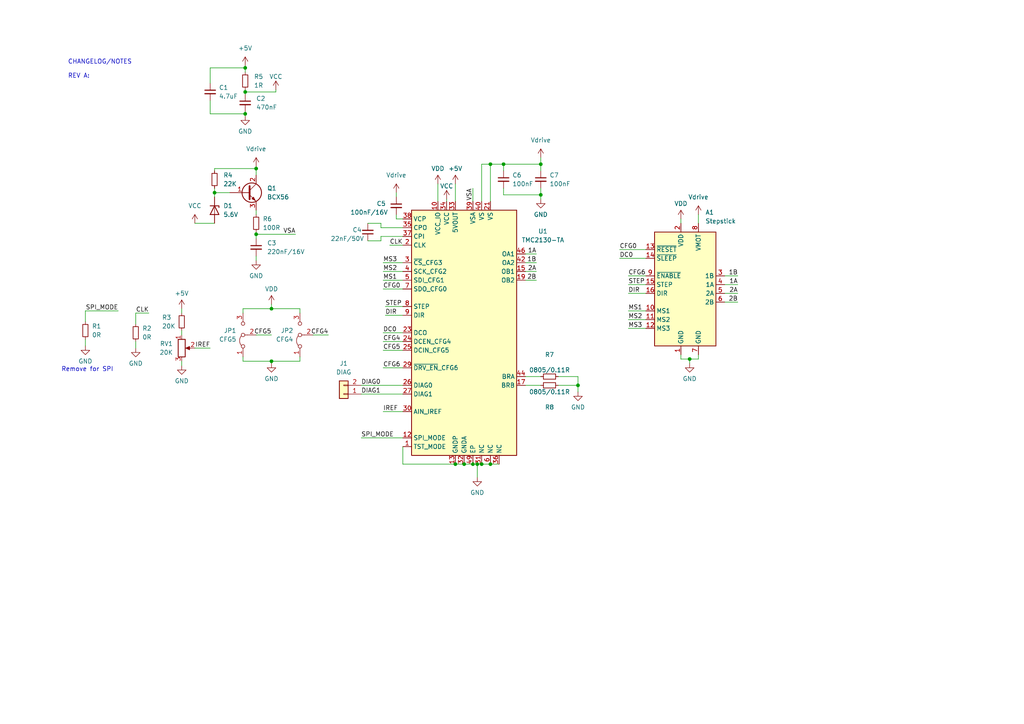
<source format=kicad_sch>
(kicad_sch (version 20211123) (generator eeschema)
  (paper "A4")
  (title_block (title "Main"))
  (lib_symbols
    (symbol "Connector_Generic:Conn_01x02" (pin_names (offset 1.016) hide)
      (property "Reference" "J" (at 0 2.54 0))
      (property "Value" "Conn_01x02" (at 0 -5.08 0))
      (symbol "Conn_01x02_1_1"
        (rectangle (start -1.27 -2.413) (end 0 -2.667) (stroke (width 0.1524)))
        (rectangle (start -1.27 0.127) (end 0 -0.127) (stroke (width 0.1524)))
        (rectangle (start -1.27 1.27) (end 1.27 -3.81) (stroke (width 0.254)) (fill (type background)))
        (pin passive line (at -5.08 0 0) (length 3.81) (name "Pin_1") (number "1"))
        (pin passive line (at -5.08 -2.54 0) (length 3.81) (name "Pin_2") (number "2"))
      )
    )
    (symbol "Device:C_Small" (pin_numbers hide) (pin_names (offset 0.254) hide)
      (property "Reference" "C" (at 0.254 1.778 0))
      (property "Value" "C_Small" (at 0.254 -2.032 0))
      (symbol "C_Small_0_1"
        (polyline (pts (xy -1.524 -0.508) (xy 1.524 -0.508)) (stroke (width 0.3302)))
        (polyline (pts (xy -1.524 0.508) (xy 1.524 0.508)) (stroke (width 0.3048)))
      )
      (symbol "C_Small_1_1"
        (pin passive line (at 0 2.54 270) (length 2.032) (name "~") (number "1"))
        (pin passive line (at 0 -2.54 90) (length 2.032) (name "~") (number "2"))
      )
    )
    (symbol "Device:D_Zener" (pin_numbers hide) (pin_names (offset 1.016) hide)
      (property "Reference" "D" (at 0 2.54 0))
      (property "Value" "D_Zener" (at 0 -2.54 0))
      (symbol "D_Zener_0_1"
        (polyline (pts (xy 1.27 0) (xy -1.27 0)))
        (polyline (pts (xy -1.27 -1.27) (xy -1.27 1.27) (xy -0.762 1.27)) (stroke (width 0.254)))
        (polyline (pts (xy 1.27 -1.27) (xy 1.27 1.27) (xy -1.27 0) (xy 1.27 -1.27)) (stroke (width 0.254)))
      )
      (symbol "D_Zener_1_1"
        (pin passive line (at -3.81 0 0) (length 2.54) (name "K") (number "1"))
        (pin passive line (at 3.81 0 180) (length 2.54) (name "A") (number "2"))
      )
    )
    (symbol "Device:R_Potentiometer" (pin_names (offset 1.016) hide)
      (property "Reference" "RV" (at -4.445 0 90))
      (property "Value" "R_Potentiometer" (at -2.54 0 90))
      (symbol "R_Potentiometer_0_1"
        (polyline (pts (xy 2.54 0) (xy 1.524 0)))
        (polyline (pts (xy 1.143 0) (xy 2.286 0.508) (xy 2.286 -0.508) (xy 1.143 0)) (fill (type outline)))
        (rectangle (start 1.016 2.54) (end -1.016 -2.54) (stroke (width 0.254)))
      )
      (symbol "R_Potentiometer_1_1"
        (pin passive line (at 0 3.81 270) (length 1.27) (name "1") (number "1"))
        (pin passive line (at 3.81 0 180) (length 1.27) (name "2") (number "2"))
        (pin passive line (at 0 -3.81 90) (length 1.27) (name "3") (number "3"))
      )
    )
    (symbol "Device:R_Small" (pin_numbers hide) (pin_names (offset 0.254) hide)
      (property "Reference" "R" (at 0.762 0.508 0))
      (property "Value" "R_Small" (at 0.762 -1.016 0))
      (symbol "R_Small_0_1"
        (rectangle (start -0.762 1.778) (end 0.762 -1.778) (stroke (width 0.2032)))
      )
      (symbol "R_Small_1_1"
        (pin passive line (at 0 2.54 270) (length 0.762) (name "~") (number "1"))
        (pin passive line (at 0 -2.54 90) (length 0.762) (name "~") (number "2"))
      )
    )
    (symbol "Driver_Motor:Pololu_Breakout_A4988"
      (property "Reference" "A" (at -2.54 19.05 0))
      (property "Value" "Pololu_Breakout_A4988" (at -2.54 16.51 0))
      (symbol "Pololu_Breakout_A4988_0_1"
        (rectangle (start 10.16 -17.78) (end -7.62 15.24) (stroke (width 0.254)) (fill (type background)))
      )
      (symbol "Pololu_Breakout_A4988_1_1"
        (pin power_in line (at 0 -20.32 90) (length 2.54) (name "GND") (number "1"))
        (pin input line (at -10.16 -7.62 0) (length 2.54) (name "MS1") (number "10"))
        (pin input line (at -10.16 -10.16 0) (length 2.54) (name "MS2") (number "11"))
        (pin input line (at -10.16 -12.7 0) (length 2.54) (name "MS3") (number "12"))
        (pin input line (at -10.16 10.16 0) (length 2.54) (name "~{RESET}") (number "13"))
        (pin input line (at -10.16 7.62 0) (length 2.54) (name "~{SLEEP}") (number "14"))
        (pin input line (at -10.16 0 0) (length 2.54) (name "STEP") (number "15"))
        (pin input line (at -10.16 -2.54 0) (length 2.54) (name "DIR") (number "16"))
        (pin power_in line (at 0 17.78 270) (length 2.54) (name "VDD") (number "2"))
        (pin output line (at 12.7 2.54 180) (length 2.54) (name "1B") (number "3"))
        (pin output line (at 12.7 0 180) (length 2.54) (name "1A") (number "4"))
        (pin output line (at 12.7 -2.54 180) (length 2.54) (name "2A") (number "5"))
        (pin output line (at 12.7 -5.08 180) (length 2.54) (name "2B") (number "6"))
        (pin power_in line (at 5.08 -20.32 90) (length 2.54) (name "GND") (number "7"))
        (pin power_in line (at 5.08 17.78 270) (length 2.54) (name "VMOT") (number "8"))
        (pin input line (at -10.16 2.54 0) (length 2.54) (name "~{ENABLE}") (number "9"))
      )
    )
    (symbol "Driver_Motor:TMC2130-TA"
      (property "Reference" "U" (at -11.43 38.1 0))
      (property "Value" "TMC2130-TA" (at 17.78 38.1 0))
      (symbol "TMC2130-TA_1_1"
        (rectangle (start -15.24 35.56) (end 15.24 -35.56) (stroke (width 0.254)) (fill (type background)))
        (pin input line (at -17.78 -33.02 0) (length 2.54) (name "TST_MODE") (number "1"))
        (pin power_in line (at -7.62 38.1 270) (length 2.54) (name "VCC_IO") (number "10"))
        (pin no_connect line (at -15.24 -27.94 0) (length 2.54) hide (name "DNC") (number "11"))
        (pin input line (at -17.78 -30.48 0) (length 2.54) (name "SPI_MODE") (number "12"))
        (pin power_in line (at -2.54 -38.1 90) (length 2.54) (name "GNDP") (number "13"))
        (pin no_connect line (at 15.24 12.7 180) (length 2.54) hide (name "DNC") (number "14"))
        (pin output line (at 17.78 17.78 180) (length 2.54) (name "OB1") (number "15"))
        (pin no_connect line (at 15.24 10.16 180) (length 2.54) hide (name "DNC") (number "16"))
        (pin passive line (at 17.78 -15.24 180) (length 2.54) (name "BRB") (number "17"))
        (pin no_connect line (at 15.24 7.62 180) (length 2.54) hide (name "DNC") (number "18"))
        (pin output line (at 17.78 15.24 180) (length 2.54) (name "OB2") (number "19"))
        (pin input line (at -17.78 25.4 0) (length 2.54) (name "CLK") (number "2"))
        (pin no_connect line (at 15.24 5.08 180) (length 2.54) hide (name "DNC") (number "20"))
        (pin power_in line (at 7.62 38.1 270) (length 2.54) (name "VS") (number "21"))
        (pin no_connect line (at 15.24 2.54 180) (length 2.54) hide (name "DNC") (number "22"))
        (pin output line (at -17.78 0 0) (length 2.54) (name "DCO") (number "23"))
        (pin input line (at -17.78 -2.54 0) (length 2.54) (name "DCEN_CFG4") (number "24"))
        (pin input line (at -17.78 -5.08 0) (length 2.54) (name "DCIN_CFG5") (number "25"))
        (pin output line (at -17.78 -15.24 0) (length 2.54) (name "DIAG0") (number "26"))
        (pin output line (at -17.78 -17.78 0) (length 2.54) (name "DIAG1") (number "27"))
        (pin no_connect line (at -15.24 -20.32 0) (length 2.54) hide (name "DNC") (number "28"))
        (pin input line (at -17.78 -10.16 0) (length 2.54) (name "~{DRV_EN}_CFG6") (number "29"))
        (pin input line (at -17.78 20.32 0) (length 2.54) (name "~{CS}_CFG3") (number "3"))
        (pin input line (at -17.78 -22.86 0) (length 2.54) (name "AIN_IREF") (number "30"))
        (pin passive line (at 5.08 -38.1 90) (length 2.54) (name "NC") (number "31"))
        (pin power_in line (at 0 -38.1 90) (length 2.54) (name "GNDA") (number "32"))
        (pin power_out line (at -2.54 38.1 270) (length 2.54) (name "5VOUT") (number "33"))
        (pin power_in line (at -5.08 38.1 270) (length 2.54) (name "VCC") (number "34"))
        (pin passive line (at -17.78 30.48 0) (length 2.54) (name "CPO") (number "35"))
        (pin passive line (at 10.16 -38.1 90) (length 2.54) (name "NC") (number "36"))
        (pin passive line (at -17.78 27.94 0) (length 2.54) (name "CPI") (number "37"))
        (pin passive line (at -17.78 33.02 0) (length 2.54) (name "VCP") (number "38"))
        (pin power_in line (at 2.54 38.1 270) (length 2.54) (name "VSA") (number "39"))
        (pin input line (at -17.78 17.78 0) (length 2.54) (name "SCK_CFG2") (number "4"))
        (pin power_in line (at 5.08 38.1 270) (length 2.54) (name "VS") (number "40"))
        (pin no_connect line (at 15.24 33.02 180) (length 2.54) hide (name "DNC") (number "41"))
        (pin output line (at 17.78 20.32 180) (length 2.54) (name "OA2") (number "42"))
        (pin no_connect line (at 15.24 30.48 180) (length 2.54) hide (name "DNC") (number "43"))
        (pin passive line (at 17.78 -12.7 180) (length 2.54) (name "BRA") (number "44"))
        (pin no_connect line (at 15.24 27.94 180) (length 2.54) hide (name "DNC") (number "45"))
        (pin output line (at 17.78 22.86 180) (length 2.54) (name "OA1") (number "46"))
        (pin no_connect line (at 15.24 25.4 180) (length 2.54) hide (name "DNC") (number "47"))
        (pin passive line (at -2.54 -38.1 90) (length 2.54) hide (name "GNDP") (number "48"))
        (pin power_in line (at 2.54 -38.1 90) (length 2.54) (name "EP") (number "49"))
        (pin input line (at -17.78 15.24 0) (length 2.54) (name "SDI_CFG1") (number "5"))
        (pin passive line (at 7.62 -38.1 90) (length 2.54) (name "NC") (number "6"))
        (pin bidirectional line (at -17.78 12.7 0) (length 2.54) (name "SDO_CFG0") (number "7"))
        (pin input line (at -17.78 7.62 0) (length 2.54) (name "STEP") (number "8"))
        (pin input line (at -17.78 5.08 0) (length 2.54) (name "DIR") (number "9"))
      )
    )
    (symbol "Jumper:Jumper_3_Bridged12" (pin_names (offset 0) hide)
      (property "Reference" "JP" (at -2.54 -2.54 0))
      (property "Value" "Jumper_3_Bridged12" (at 0 2.794 0))
      (symbol "Jumper_3_Bridged12_0_0"
        (circle (center -3.302 0) (radius 0.508))
        (circle (center 0 0) (radius 0.508))
        (circle (center 3.302 0) (radius 0.508))
      )
      (symbol "Jumper_3_Bridged12_0_1"
        (arc (start -0.254 0.508) (mid -1.651 0.9912) (end -3.048 0.508))
        (polyline (pts (xy 0 -1.27) (xy 0 -0.508)))
      )
      (symbol "Jumper_3_Bridged12_1_1"
        (pin passive line (at -6.35 0 0) (length 2.54) (name "A") (number "1"))
        (pin input line (at 0 -3.81 90) (length 2.54) (name "C") (number "2"))
        (pin passive line (at 6.35 0 180) (length 2.54) (name "B") (number "3"))
      )
    )
    (symbol "Transistor_BJT:BCX56" (pin_names (offset 0) hide)
      (property "Reference" "Q" (at 5.08 1.905 0))
      (property "Value" "BCX56" (at 5.08 0 0))
      (symbol "BCX56_0_1"
        (polyline (pts (xy 0.635 0.635) (xy 2.54 2.54)))
        (polyline (pts (xy 0.635 -0.635) (xy 2.54 -2.54) (xy 2.54 -2.54)))
        (polyline (pts (xy 0.635 1.905) (xy 0.635 -1.905) (xy 0.635 -1.905)) (stroke (width 0.508)))
        (polyline (pts (xy 1.27 -1.778) (xy 1.778 -1.27) (xy 2.286 -2.286) (xy 1.27 -1.778) (xy 1.27 -1.778)) (fill (type outline)))
        (circle (center 1.27 0) (radius 2.8194) (stroke (width 0.254)))
      )
      (symbol "BCX56_1_1"
        (pin input line (at -5.08 0 0) (length 5.715) (name "B") (number "1"))
        (pin passive line (at 2.54 5.08 270) (length 2.54) (name "C") (number "2"))
        (pin passive line (at 2.54 -5.08 90) (length 2.54) (name "E") (number "3"))
      )
    )
    (symbol "power:+5V" (power) (pin_names (offset 0))
      (property "Value" "+5V" (at 0 3.556 0))
      (symbol "+5V_0_1"
        (polyline (pts (xy -0.762 1.27) (xy 0 2.54)))
        (polyline (pts (xy 0 0) (xy 0 2.54)))
        (polyline (pts (xy 0 2.54) (xy 0.762 1.27)))
      )
      (symbol "+5V_1_1"
        (pin power_in line (at 0 0 90) (length 0) hide (name "+5V") (number "1"))
      )
    )
    (symbol "power:GND" (power) (pin_names (offset 0))
      (property "Value" "GND" (at 0 -3.81 0))
      (symbol "GND_0_1"
        (polyline (pts (xy 0 0) (xy 0 -1.27) (xy 1.27 -1.27) (xy 0 -2.54) (xy -1.27 -1.27) (xy 0 -1.27)))
      )
      (symbol "GND_1_1"
        (pin power_in line (at 0 0 270) (length 0) hide (name "GND") (number "1"))
      )
    )
    (symbol "power:VCC" (power) (pin_names (offset 0))
      (property "Value" "VCC" (at 0 3.81 0))
      (symbol "VCC_0_1"
        (polyline (pts (xy -0.762 1.27) (xy 0 2.54)))
        (polyline (pts (xy 0 0) (xy 0 2.54)))
        (polyline (pts (xy 0 2.54) (xy 0.762 1.27)))
      )
      (symbol "VCC_1_1"
        (pin power_in line (at 0 0 90) (length 0) hide (name "VCC") (number "1"))
      )
    )
    (symbol "power:VDD" (power) (pin_names (offset 0))
      (property "Value" "VDD" (at 0 3.81 0))
      (symbol "VDD_0_1"
        (polyline (pts (xy -0.762 1.27) (xy 0 2.54)))
        (polyline (pts (xy 0 0) (xy 0 2.54)))
        (polyline (pts (xy 0 2.54) (xy 0.762 1.27)))
      )
      (symbol "VDD_1_1"
        (pin power_in line (at 0 0 90) (length 0) hide (name "VDD") (number "1"))
      )
    )
    (symbol "power:Vdrive" (power) (pin_names (offset 0))
      (property "Value" "Vdrive" (at 0 3.81 0))
      (symbol "Vdrive_0_1"
        (polyline (pts (xy -0.762 1.27) (xy 0 2.54)))
        (polyline (pts (xy 0 0) (xy 0 2.54)))
        (polyline (pts (xy 0 2.54) (xy 0.762 1.27)))
      )
      (symbol "Vdrive_1_1"
        (pin power_in line (at 0 0 90) (length 0) hide (name "Vdrive") (number "1"))
      )
    )
  )
  (junction (at 167.64 111.76))
  (junction (at 142.24 134.62))
  (junction (at 146.05 47.625))
  (junction (at 74.295 67.945))
  (junction (at 156.845 47.625))
  (junction (at 71.12 19.685))
  (junction (at 134.62 134.62))
  (junction (at 138.43 134.62))
  (junction (at 78.74 104.775))
  (junction (at 71.12 26.67))
  (junction (at 156.845 56.515))
  (junction (at 74.295 48.895))
  (junction (at 137.16 134.62))
  (junction (at 139.7 134.62))
  (junction (at 78.74 89.535))
  (junction (at 132.08 134.62))
  (junction (at 62.23 55.88))
  (junction (at 142.24 47.625))
  (junction (at 200.025 104.14))
  (junction (at 71.12 33.02))
  (wire (pts (xy 110.49 64.77) (xy 106.68 64.77)))
  (wire (pts (xy 155.575 81.28) (xy 152.4 81.28)))
  (wire (pts (xy 114.935 55.88) (xy 114.935 57.15)))
  (wire (pts (xy 139.7 47.625) (xy 142.24 47.625)))
  (wire (pts (xy 200.025 104.14) (xy 202.565 104.14)))
  (wire (pts (xy 106.68 69.85) (xy 110.49 69.85)))
  (wire (pts (xy 132.08 134.62) (xy 134.62 134.62)))
  (wire (pts (xy 116.84 134.62) (xy 132.08 134.62)))
  (wire (pts (xy 146.05 56.515) (xy 146.05 54.61)))
  (wire (pts (xy 110.49 69.85) (xy 110.49 68.58)))
  (wire (pts (xy 111.125 76.2) (xy 116.84 76.2)))
  (wire (pts (xy 71.12 19.685) (xy 60.96 19.685)))
  (wire (pts (xy 24.765 90.17) (xy 24.765 93.345)))
  (wire (pts (xy 52.705 95.885) (xy 52.705 97.155)))
  (wire (pts (xy 71.12 27.305) (xy 71.12 26.67)))
  (wire (pts (xy 142.24 47.625) (xy 146.05 47.625)))
  (wire (pts (xy 182.245 82.55) (xy 187.325 82.55)))
  (wire (pts (xy 39.37 90.805) (xy 39.37 93.98)))
  (wire (pts (xy 86.995 89.535) (xy 86.995 90.805)))
  (wire (pts (xy 80.01 26.67) (xy 71.12 26.67)))
  (wire (pts (xy 62.23 55.88) (xy 62.23 57.15)))
  (wire (pts (xy 182.245 95.25) (xy 187.325 95.25)))
  (wire (pts (xy 156.845 56.515) (xy 156.845 57.785)))
  (wire (pts (xy 182.245 80.01) (xy 187.325 80.01)))
  (wire (pts (xy 179.705 72.39) (xy 187.325 72.39)))
  (wire (pts (xy 182.245 92.71) (xy 187.325 92.71)))
  (wire (pts (xy 60.96 29.21) (xy 60.96 33.02)))
  (wire (pts (xy 155.575 73.66) (xy 152.4 73.66)))
  (wire (pts (xy 71.12 19.05) (xy 71.12 19.685)))
  (wire (pts (xy 111.125 119.38) (xy 116.84 119.38)))
  (wire (pts (xy 161.925 111.76) (xy 167.64 111.76)))
  (wire (pts (xy 60.96 33.02) (xy 71.12 33.02)))
  (wire (pts (xy 116.84 66.04) (xy 110.49 66.04)))
  (wire (pts (xy 197.485 102.87) (xy 197.485 104.14)))
  (wire (pts (xy 71.12 33.655) (xy 71.12 33.02)))
  (wire (pts (xy 70.485 104.775) (xy 78.74 104.775)))
  (wire (pts (xy 74.295 48.26) (xy 74.295 48.895)))
  (wire (pts (xy 142.24 134.62) (xy 144.78 134.62)))
  (wire (pts (xy 114.935 63.5) (xy 114.935 62.23)))
  (wire (pts (xy 156.845 56.515) (xy 146.05 56.515)))
  (wire (pts (xy 111.125 81.28) (xy 116.84 81.28)))
  (wire (pts (xy 104.775 127) (xy 116.84 127)))
  (wire (pts (xy 56.515 64.77) (xy 62.23 64.77)))
  (wire (pts (xy 111.125 101.6) (xy 116.84 101.6)))
  (wire (pts (xy 202.565 62.23) (xy 202.565 64.77)))
  (wire (pts (xy 197.485 63.5) (xy 197.485 64.77)))
  (wire (pts (xy 182.245 90.17) (xy 187.325 90.17)))
  (wire (pts (xy 86.995 103.505) (xy 86.995 104.775)))
  (wire (pts (xy 34.29 90.17) (xy 24.765 90.17)))
  (wire (pts (xy 137.16 134.62) (xy 138.43 134.62)))
  (wire (pts (xy 70.485 90.805) (xy 70.485 89.535)))
  (wire (pts (xy 156.845 45.72) (xy 156.845 47.625)))
  (wire (pts (xy 104.775 114.3) (xy 116.84 114.3)))
  (wire (pts (xy 78.74 89.535) (xy 86.995 89.535)))
  (wire (pts (xy 52.705 104.775) (xy 52.705 106.045)))
  (wire (pts (xy 111.125 78.74) (xy 116.84 78.74)))
  (wire (pts (xy 146.05 47.625) (xy 146.05 49.53)))
  (wire (pts (xy 110.49 66.04) (xy 110.49 64.77)))
  (wire (pts (xy 134.62 134.62) (xy 137.16 134.62)))
  (wire (pts (xy 62.23 54.61) (xy 62.23 55.88)))
  (wire (pts (xy 111.125 99.06) (xy 116.84 99.06)))
  (wire (pts (xy 116.84 63.5) (xy 114.935 63.5)))
  (wire (pts (xy 142.24 58.42) (xy 142.24 47.625)))
  (wire (pts (xy 78.74 88.265) (xy 78.74 89.535)))
  (wire (pts (xy 156.845 54.61) (xy 156.845 56.515)))
  (wire (pts (xy 74.295 67.31) (xy 74.295 67.945)))
  (wire (pts (xy 167.64 109.22) (xy 167.64 111.76)))
  (wire (pts (xy 60.96 100.965) (xy 56.515 100.965)))
  (wire (pts (xy 74.295 74.295) (xy 74.295 75.565)))
  (wire (pts (xy 62.23 48.895) (xy 62.23 49.53)))
  (wire (pts (xy 197.485 104.14) (xy 200.025 104.14)))
  (wire (pts (xy 111.125 83.82) (xy 116.84 83.82)))
  (wire (pts (xy 182.245 85.09) (xy 187.325 85.09)))
  (wire (pts (xy 213.995 82.55) (xy 210.185 82.55)))
  (wire (pts (xy 78.74 97.155) (xy 74.295 97.155)))
  (wire (pts (xy 129.54 57.785) (xy 129.54 58.42)))
  (wire (pts (xy 155.575 78.74) (xy 152.4 78.74)))
  (wire (pts (xy 74.295 60.96) (xy 74.295 62.23)))
  (wire (pts (xy 111.76 91.44) (xy 116.84 91.44)))
  (wire (pts (xy 71.12 33.02) (xy 71.12 32.385)))
  (wire (pts (xy 179.705 74.93) (xy 187.325 74.93)))
  (wire (pts (xy 138.43 134.62) (xy 139.7 134.62)))
  (wire (pts (xy 213.995 80.01) (xy 210.185 80.01)))
  (wire (pts (xy 139.7 58.42) (xy 139.7 47.625)))
  (wire (pts (xy 152.4 109.22) (xy 156.845 109.22)))
  (wire (pts (xy 167.64 111.76) (xy 167.64 113.665)))
  (wire (pts (xy 104.775 111.76) (xy 116.84 111.76)))
  (wire (pts (xy 111.125 106.68) (xy 116.84 106.68)))
  (wire (pts (xy 78.74 104.775) (xy 86.995 104.775)))
  (wire (pts (xy 70.485 103.505) (xy 70.485 104.775)))
  (wire (pts (xy 111.76 88.9) (xy 116.84 88.9)))
  (wire (pts (xy 110.49 68.58) (xy 116.84 68.58)))
  (wire (pts (xy 161.925 109.22) (xy 167.64 109.22)))
  (wire (pts (xy 155.575 76.2) (xy 152.4 76.2)))
  (wire (pts (xy 71.12 19.685) (xy 71.12 20.955)))
  (wire (pts (xy 202.565 102.87) (xy 202.565 104.14)))
  (wire (pts (xy 43.18 90.805) (xy 39.37 90.805)))
  (wire (pts (xy 111.125 96.52) (xy 116.84 96.52)))
  (wire (pts (xy 74.295 67.945) (xy 74.295 69.215)))
  (wire (pts (xy 70.485 89.535) (xy 78.74 89.535)))
  (wire (pts (xy 60.96 19.685) (xy 60.96 24.13)))
  (wire (pts (xy 213.995 85.09) (xy 210.185 85.09)))
  (wire (pts (xy 132.08 53.34) (xy 132.08 58.42)))
  (wire (pts (xy 71.12 26.67) (xy 71.12 26.035)))
  (wire (pts (xy 74.295 48.895) (xy 74.295 50.8)))
  (wire (pts (xy 213.995 87.63) (xy 210.185 87.63)))
  (wire (pts (xy 78.74 104.775) (xy 78.74 105.41)))
  (wire (pts (xy 95.25 97.155) (xy 90.805 97.155)))
  (wire (pts (xy 139.7 134.62) (xy 142.24 134.62)))
  (wire (pts (xy 66.675 55.88) (xy 62.23 55.88)))
  (wire (pts (xy 116.84 129.54) (xy 116.84 134.62)))
  (wire (pts (xy 156.845 47.625) (xy 146.05 47.625)))
  (wire (pts (xy 113.03 71.12) (xy 116.84 71.12)))
  (wire (pts (xy 156.845 47.625) (xy 156.845 49.53)))
  (wire (pts (xy 137.16 54.61) (xy 137.16 58.42)))
  (wire (pts (xy 62.23 48.895) (xy 74.295 48.895)))
  (wire (pts (xy 200.025 104.14) (xy 200.025 105.41)))
  (wire (pts (xy 24.765 100.33) (xy 24.765 98.425)))
  (wire (pts (xy 138.43 134.62) (xy 138.43 138.43)))
  (wire (pts (xy 80.01 26.035) (xy 80.01 26.67)))
  (wire (pts (xy 74.295 67.945) (xy 85.725 67.945)))
  (wire (pts (xy 127 53.34) (xy 127 58.42)))
  (wire (pts (xy 52.705 89.535) (xy 52.705 90.805)))
  (wire (pts (xy 39.37 100.965) (xy 39.37 99.06)))
  (wire (pts (xy 152.4 111.76) (xy 156.845 111.76)))
  (text "Remove for SPI\n" (at 17.78 107.95 0) (effects (font (size 1.27 1.27)) (justify left bottom)))
  (text "CHANGELOG/NOTES\n\nREV A: " (at 19.685 22.86 0) (effects (font (size 1.27 1.27)) (justify left bottom)))
  (label "MS1" (at 182.245 90.17 0))
  (label "MS1" (at 111.125 81.28 0))
  (label "CFG5" (at 111.125 101.6 0))
  (label "2A" (at 155.575 78.74 180))
  (label "2B" (at 213.995 87.63 180))
  (label "1B" (at 155.575 76.2 180))
  (label "CFG0" (at 179.705 72.39 0))
  (label "DIAG1" (at 104.775 114.3 0))
  (label "1A" (at 155.575 73.66 180))
  (label "CFG6" (at 182.245 80.01 0))
  (label "DIAG0" (at 104.775 111.76 0))
  (label "DIR" (at 182.245 85.09 0))
  (label "SPI_MODE" (at 34.29 90.17 180))
  (label "CFG4" (at 111.125 99.06 0))
  (label "STEP" (at 111.76 88.9 0))
  (label "CLK" (at 43.18 90.805 180))
  (label "VSA" (at 85.725 67.945 180))
  (label "SPI_MODE" (at 104.775 127 0))
  (label "CFG5" (at 78.74 97.155 180))
  (label "MS2" (at 111.125 78.74 0))
  (label "2B" (at 155.575 81.28 180))
  (label "IREF" (at 60.96 100.965 180))
  (label "STEP" (at 182.245 82.55 0))
  (label "CLK" (at 113.03 71.12 0))
  (label "VSA" (at 137.16 54.61 270))
  (label "DC0" (at 179.705 74.93 0))
  (label "IREF" (at 111.125 119.38 0))
  (label "DC0" (at 111.125 96.52 0))
  (label "1A" (at 213.995 82.55 180))
  (label "MS3" (at 182.245 95.25 0))
  (label "2A" (at 213.995 85.09 180))
  (label "CFG4" (at 95.25 97.155 180))
  (label "MS2" (at 182.245 92.71 0))
  (label "CFG6" (at 111.125 106.68 0))
  (label "1B" (at 213.995 80.01 180))
  (label "MS3" (at 111.125 76.2 0))
  (label "CFG0" (at 111.125 83.82 0))
  (label "DIR" (at 111.76 91.44 0))
  (symbol (lib_id "power:VCC") (at 56.515 64.77 0) (unit 1)
    (property "Reference" "#PWR0101" (effects hide))
    (property "Value" "VCC" (at 56.515 59.69 0))
  )
  (symbol (lib_id "Device:R_Small") (at 24.765 95.885 0) (unit 1)
    (property "Reference" "R1" (at 26.67 94.6149 0) (effects (justify left)))
    (property "Value" "0R" (at 26.67 97.1549 0) (effects (justify left)))
    (property "Footprint" "Resistor_SMD:R_0402_1005Metric" (effects hide))
    (property "LCSC" "C17168" (effects hide))
  )
  (symbol (lib_id "power:VCC") (at 129.54 57.785 0) (unit 1)
    (property "Reference" "#PWR0107" (effects hide))
    (property "Value" "VCC" (at 129.54 53.975 0))
  )
  (symbol (lib_id "Driver_Motor:TMC2130-TA") (at 134.62 96.52 0) (unit 1)
    (property "Reference" "U1" (at 157.48 67.0812 0))
    (property "Value" "TMC2130-TA" (at 157.48 69.6212 0))
    (property "Footprint" "Package_QFP:TQFP-48-1EP_7x7mm_P0.5mm_EP5x5mm" (effects hide))
    (property "Datasheet" "http://www.trinamic.com/fileadmin/assets/Products/ICs_Documents/TMC2130_datasheet.pdf" (effects hide))
  )
  (symbol (lib_id "power:GND") (at 39.37 100.965 0) (unit 1)
    (property "Reference" "#PWR0122" (effects hide))
    (property "Value" "GND" (at 39.37 105.41 0))
  )
  (symbol (lib_id "Jumper:Jumper_3_Bridged12") (at 86.995 97.155 90) (unit 1)
    (property "Reference" "JP2" (at 85.09 95.8849 90) (effects (justify left)))
    (property "Value" "CFG4" (at 85.09 98.4249 90) (effects (justify left)))
    (property "Footprint" "Jumper:SolderJumper-3_P2.0mm_Open_TrianglePad1.0x1.5mm" (effects hide))
  )
  (symbol (lib_id "power:GND") (at 71.12 33.655 0) (unit 1)
    (property "Reference" "#PWR0103" (effects hide))
    (property "Value" "GND" (at 71.12 38.1 0))
  )
  (symbol (lib_id "power:VCC") (at 80.01 26.035 0) (unit 1)
    (property "Reference" "#PWR0110" (effects hide))
    (property "Value" "VCC" (at 80.01 22.225 0))
  )
  (symbol (lib_id "Device:R_Small") (at 159.385 109.22 90) (unit 1)
    (property "Reference" "R7" (at 159.385 102.87 90))
    (property "Value" "0805/0.11R" (at 159.385 107.315 90))
    (property "Footprint" "Resistor_SMD:R_0805_2012Metric" (effects hide))
    (property "LCSC" "C53899" (effects hide))
  )
  (symbol (lib_id "Device:R_Small") (at 74.295 64.77 0) (unit 1)
    (property "Reference" "R6" (at 76.2 63.4999 0) (effects (justify left)))
    (property "Value" "100R" (at 76.2 66.0399 0) (effects (justify left)))
    (property "Footprint" "Resistor_SMD:R_0402_1005Metric" (effects hide))
    (property "LCSC" "C25076" (effects hide))
  )
  (symbol (lib_id "Device:R_Small") (at 39.37 96.52 0) (unit 1)
    (property "Reference" "R2" (at 41.275 95.2499 0) (effects (justify left)))
    (property "Value" "0R" (at 41.275 97.7899 0) (effects (justify left)))
    (property "Footprint" "Resistor_SMD:R_0402_1005Metric" (effects hide))
    (property "LCSC" "C17168" (effects hide))
  )
  (symbol (lib_id "Jumper:Jumper_3_Bridged12") (at 70.485 97.155 90) (unit 1)
    (property "Reference" "JP1" (at 68.58 95.8849 90) (effects (justify left)))
    (property "Value" "CFG5" (at 68.58 98.4249 90) (effects (justify left)))
    (property "Footprint" "Jumper:SolderJumper-3_P2.0mm_Open_TrianglePad1.0x1.5mm" (effects hide))
  )
  (symbol (lib_id "power:GND") (at 200.025 105.41 0) (unit 1)
    (property "Reference" "#PWR0112" (effects hide))
    (property "Value" "GND" (at 200.025 109.855 0))
  )
  (symbol (lib_id "power:+5V") (at 132.08 53.34 0) (unit 1)
    (property "Reference" "#PWR0109" (effects hide))
    (property "Value" "+5V" (at 132.08 48.895 0))
  )
  (symbol (lib_id "power:Vdrive") (at 114.935 55.88 0) (unit 1)
    (property "Reference" "#PWR0111" (effects hide))
    (property "Value" "Vdrive" (at 114.935 50.8 0))
  )
  (symbol (lib_id "Device:R_Small") (at 62.23 52.07 0) (unit 1)
    (property "Reference" "R4" (at 64.77 50.7999 0) (effects (justify left)))
    (property "Value" "22K" (at 64.77 53.3399 0) (effects (justify left)))
    (property "Footprint" "Resistor_SMD:R_0402_1005Metric" (effects hide))
    (property "LCSC" "C25768" (effects hide))
  )
  (symbol (lib_id "power:+5V") (at 52.705 89.535 0) (unit 1)
    (property "Reference" "#PWR0123" (effects hide))
    (property "Value" "+5V" (at 52.705 85.09 0))
  )
  (symbol (lib_id "Device:R_Small") (at 52.705 93.345 0) (unit 1)
    (property "Reference" "R3" (at 46.99 92.075 0) (effects (justify left)))
    (property "Value" "20K" (at 46.99 94.615 0) (effects (justify left)))
    (property "Footprint" "Resistor_SMD:R_0402_1005Metric" (effects hide))
    (property "LCSC" "C25765" (effects hide))
  )
  (symbol (lib_id "power:GND") (at 138.43 138.43 0) (unit 1)
    (property "Reference" "#PWR0116" (effects hide))
    (property "Value" "GND" (at 138.43 142.875 0))
  )
  (symbol (lib_id "Device:C_Small") (at 156.845 52.07 0) (unit 1)
    (property "Reference" "C7" (at 159.385 50.8062 0) (effects (justify left)))
    (property "Value" "100nF" (at 159.385 53.3462 0) (effects (justify left)))
    (property "Footprint" "Capacitor_SMD:C_0402_1005Metric" (effects hide))
    (property "LCSC" "C307331" (effects hide))
  )
  (symbol (lib_id "power:GND") (at 78.74 105.41 0) (unit 1)
    (property "Reference" "#PWR0117" (effects hide))
    (property "Value" "GND" (at 78.74 109.855 0))
  )
  (symbol (lib_id "Device:R_Small") (at 71.12 23.495 0) (unit 1)
    (property "Reference" "R5" (at 73.66 22.2249 0) (effects (justify left)))
    (property "Value" "1R" (at 73.66 24.7649 0) (effects (justify left)))
    (property "Footprint" "Resistor_SMD:R_0402_1005Metric" (effects hide))
    (property "LCSC" "C25086" (effects hide))
  )
  (symbol (lib_id "power:Vdrive") (at 74.295 48.26 0) (unit 1)
    (property "Reference" "#PWR0102" (effects hide))
    (property "Value" "Vdrive" (at 74.295 43.18 0))
  )
  (symbol (lib_id "power:GND") (at 156.845 57.785 0) (unit 1)
    (property "Reference" "#PWR0105" (effects hide))
    (property "Value" "GND" (at 156.845 62.23 0))
  )
  (symbol (lib_id "Device:C_Small") (at 74.295 71.755 0) (unit 1)
    (property "Reference" "C3" (at 77.47 70.4912 0) (effects (justify left)))
    (property "Value" "220nF/16V" (at 77.47 73.0312 0) (effects (justify left)))
    (property "Footprint" "Capacitor_SMD:C_0402_1005Metric" (effects hide))
    (property "LCSC" "C16772" (effects hide))
  )
  (symbol (lib_id "Device:C_Small") (at 106.68 67.31 180) (unit 1)
    (property "Reference" "C4" (at 102.235 66.675 0) (effects (justify right)))
    (property "Value" "22nF/50V" (at 95.885 69.215 0) (effects (justify right)))
    (property "Footprint" "Capacitor_SMD:C_0402_1005Metric" (effects hide))
    (property "LCSC" "C1532" (effects hide))
  )
  (symbol (lib_id "power:Vdrive") (at 156.845 45.72 0) (unit 1)
    (property "Reference" "#PWR0106" (effects hide))
    (property "Value" "Vdrive" (at 156.845 40.64 0))
  )
  (symbol (lib_id "power:VDD") (at 127 53.34 0) (unit 1)
    (property "Reference" "#PWR0108" (effects hide))
    (property "Value" "VDD" (at 127 48.895 0))
  )
  (symbol (lib_id "Transistor_BJT:BCX56") (at 71.755 55.88 0) (unit 1)
    (property "Reference" "Q1" (at 77.47 54.6099 0) (effects (justify left)))
    (property "Value" "BCX56" (at 77.47 57.1499 0) (effects (justify left)))
    (property "Footprint" "Package_TO_SOT_SMD:SOT-89-3" (effects hide))
    (property "Datasheet" "http://cache.nxp.com/documents/data_sheet/BCP56_BCX56_BC56PA.pdf?pspll=1" (effects hide))
    (property "LCSC" "C100026" (effects hide))
  )
  (symbol (lib_id "Device:R_Potentiometer") (at 52.705 100.965 0) (unit 1)
    (property "Reference" "RV1" (at 50.165 99.6949 0) (effects (justify right)))
    (property "Value" "20K" (at 50.165 102.2349 0) (effects (justify right)))
    (property "Footprint" "Potentiometer_SMD:Potentiometer_Bourns_TC33X_Vertical" (effects hide))
  )
  (symbol (lib_id "power:VDD") (at 78.74 88.265 0) (unit 1)
    (property "Reference" "#PWR0119" (effects hide))
    (property "Value" "VDD" (at 78.74 83.82 0))
  )
  (symbol (lib_id "Device:D_Zener") (at 62.23 60.96 270) (unit 1)
    (property "Reference" "D1" (at 64.77 59.6899 90) (effects (justify left)))
    (property "Value" "5.6V" (at 64.77 62.2299 90) (effects (justify left)))
    (property "Footprint" "Diode_SMD:D_MiniMELF" (effects hide))
    (property "LCSC" "C8062" (effects hide))
  )
  (symbol (lib_id "Device:C_Small") (at 71.12 29.845 0) (unit 1)
    (property "Reference" "C2" (at 74.295 28.5812 0) (effects (justify left)))
    (property "Value" "470nF" (at 74.295 31.1212 0) (effects (justify left)))
    (property "Footprint" "Capacitor_SMD:C_0402_1005Metric" (effects hide))
    (property "LCSC" "C47339" (effects hide))
  )
  (symbol (lib_id "Connector_Generic:Conn_01x02") (at 99.695 114.3 180) (unit 1)
    (property "Reference" "J1" (at 99.695 105.41 0))
    (property "Value" "DIAG" (at 99.695 107.95 0))
    (property "Footprint" "Connector_PinHeader_2.54mm:PinHeader_1x02_P2.54mm_Vertical" (effects hide))
  )
  (symbol (lib_id "power:GND") (at 167.64 113.665 0) (unit 1)
    (property "Reference" "#PWR0115" (effects hide))
    (property "Value" "GND" (at 167.64 118.11 0))
  )
  (symbol (lib_id "power:Vdrive") (at 202.565 62.23 0) (unit 1)
    (property "Reference" "#PWR0113" (effects hide))
    (property "Value" "Vdrive" (at 202.565 57.15 0))
  )
  (symbol (lib_id "Device:C_Small") (at 146.05 52.07 0) (unit 1)
    (property "Reference" "C6" (at 148.59 50.8062 0) (effects (justify left)))
    (property "Value" "100nF" (at 148.59 53.3462 0) (effects (justify left)))
    (property "Footprint" "Capacitor_SMD:C_0402_1005Metric" (effects hide))
    (property "LCSC" "C307331" (effects hide))
  )
  (symbol (lib_id "power:GND") (at 74.295 75.565 0) (unit 1)
    (property "Reference" "#PWR0118" (effects hide))
    (property "Value" "GND" (at 74.295 80.01 0))
  )
  (symbol (lib_id "Device:R_Small") (at 159.385 111.76 270) (unit 1)
    (property "Reference" "R8" (at 159.385 118.11 90))
    (property "Value" "0805/0.11R" (at 159.385 113.665 90))
    (property "Footprint" "Resistor_SMD:R_0805_2012Metric" (effects hide))
    (property "LCSC" "C53899" (effects hide))
  )
  (symbol (lib_id "power:GND") (at 52.705 106.045 0) (unit 1)
    (property "Reference" "#PWR0121" (effects hide))
    (property "Value" "GND" (at 52.705 110.49 0))
  )
  (symbol (lib_id "power:VDD") (at 197.485 63.5 0) (unit 1)
    (property "Reference" "#PWR0114" (effects hide))
    (property "Value" "VDD" (at 197.485 59.055 0))
  )
  (symbol (lib_id "power:+5V") (at 71.12 19.05 0) (unit 1)
    (property "Reference" "#PWR0104" (effects hide))
    (property "Value" "+5V" (at 71.12 13.97 0))
  )
  (symbol (lib_id "Device:C_Small") (at 60.96 26.67 0) (unit 1)
    (property "Reference" "C1" (at 63.5 25.4 0) (effects (justify left)))
    (property "Value" "4.7uF" (at 63.5 27.94 0) (effects (justify left)))
    (property "Footprint" "Capacitor_SMD:C_0402_1005Metric" (effects hide))
    (property "LCSC" "C23733" (effects hide))
  )
  (symbol (lib_id "Device:C_Small") (at 114.935 59.69 0) (unit 1)
    (property "Reference" "C5" (at 109.22 59.055 0) (effects (justify left)))
    (property "Value" "100nF/16V" (at 101.6 61.595 0) (effects (justify left)))
    (property "Footprint" "Capacitor_SMD:C_0402_1005Metric" (effects hide))
    (property "LCSC" "C307331" (effects hide))
  )
  (symbol (lib_id "power:GND") (at 24.765 100.33 0) (unit 1)
    (property "Reference" "#PWR0120" (effects hide))
    (property "Value" "GND" (at 24.765 104.775 0))
  )
  (symbol (lib_id "Driver_Motor:Pololu_Breakout_A4988") (at 197.485 82.55 0) (unit 1)
    (property "Reference" "A1" (at 204.5844 61.595 0) (effects (justify left)))
    (property "Value" "Stepstick" (at 204.5844 64.135 0) (effects (justify left)))
    (property "Footprint" "Module:Pololu_Breakout-16_15.2x20.3mm" (effects hide))
    (property "Datasheet" "https://www.pololu.com/product/2980/pictures" (effects hide))
  )
)
</source>
